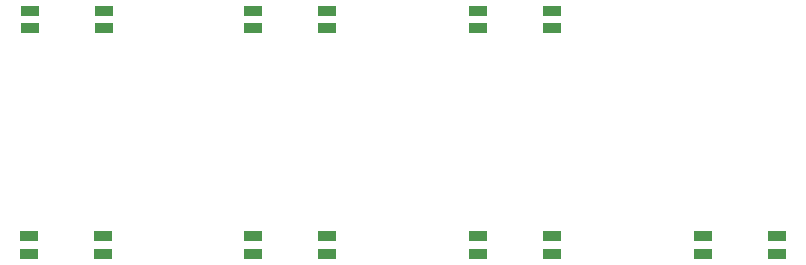
<source format=gbp>
%TF.GenerationSoftware,KiCad,Pcbnew,9.0.6*%
%TF.CreationDate,2025-12-23T12:32:35-05:00*%
%TF.ProjectId,astrapad,61737472-6170-4616-942e-6b696361645f,rev?*%
%TF.SameCoordinates,Original*%
%TF.FileFunction,Paste,Bot*%
%TF.FilePolarity,Positive*%
%FSLAX46Y46*%
G04 Gerber Fmt 4.6, Leading zero omitted, Abs format (unit mm)*
G04 Created by KiCad (PCBNEW 9.0.6) date 2025-12-23 12:32:35*
%MOMM*%
%LPD*%
G01*
G04 APERTURE LIST*
G04 Aperture macros list*
%AMRoundRect*
0 Rectangle with rounded corners*
0 $1 Rounding radius*
0 $2 $3 $4 $5 $6 $7 $8 $9 X,Y pos of 4 corners*
0 Add a 4 corners polygon primitive as box body*
4,1,4,$2,$3,$4,$5,$6,$7,$8,$9,$2,$3,0*
0 Add four circle primitives for the rounded corners*
1,1,$1+$1,$2,$3*
1,1,$1+$1,$4,$5*
1,1,$1+$1,$6,$7*
1,1,$1+$1,$8,$9*
0 Add four rect primitives between the rounded corners*
20,1,$1+$1,$2,$3,$4,$5,0*
20,1,$1+$1,$4,$5,$6,$7,0*
20,1,$1+$1,$6,$7,$8,$9,0*
20,1,$1+$1,$8,$9,$2,$3,0*%
G04 Aperture macros list end*
%ADD10RoundRect,0.082000X0.718000X-0.328000X0.718000X0.328000X-0.718000X0.328000X-0.718000X-0.328000X0*%
G04 APERTURE END LIST*
D10*
%TO.C,D14*%
X73462500Y-36556733D03*
X73462500Y-35056733D03*
X67182500Y-35066733D03*
X67182500Y-36566733D03*
%TD*%
%TO.C,D10*%
X35552500Y-17476733D03*
X35552500Y-15976733D03*
X29272500Y-15986733D03*
X29272500Y-17486733D03*
%TD*%
%TO.C,D11*%
X54462500Y-17476733D03*
X54462500Y-15976733D03*
X48182500Y-15986733D03*
X48182500Y-17486733D03*
%TD*%
%TO.C,D12*%
X73462500Y-17476733D03*
X73462500Y-15976733D03*
X67182500Y-15986733D03*
X67182500Y-17486733D03*
%TD*%
%TO.C,D13*%
X92552500Y-36556733D03*
X92552500Y-35056733D03*
X86272500Y-35066733D03*
X86272500Y-36566733D03*
%TD*%
%TO.C,D15*%
X54462500Y-36556733D03*
X54462500Y-35056733D03*
X48182500Y-35066733D03*
X48182500Y-36566733D03*
%TD*%
%TO.C,D16*%
X35452500Y-36556733D03*
X35452500Y-35056733D03*
X29172500Y-35066733D03*
X29172500Y-36566733D03*
%TD*%
M02*

</source>
